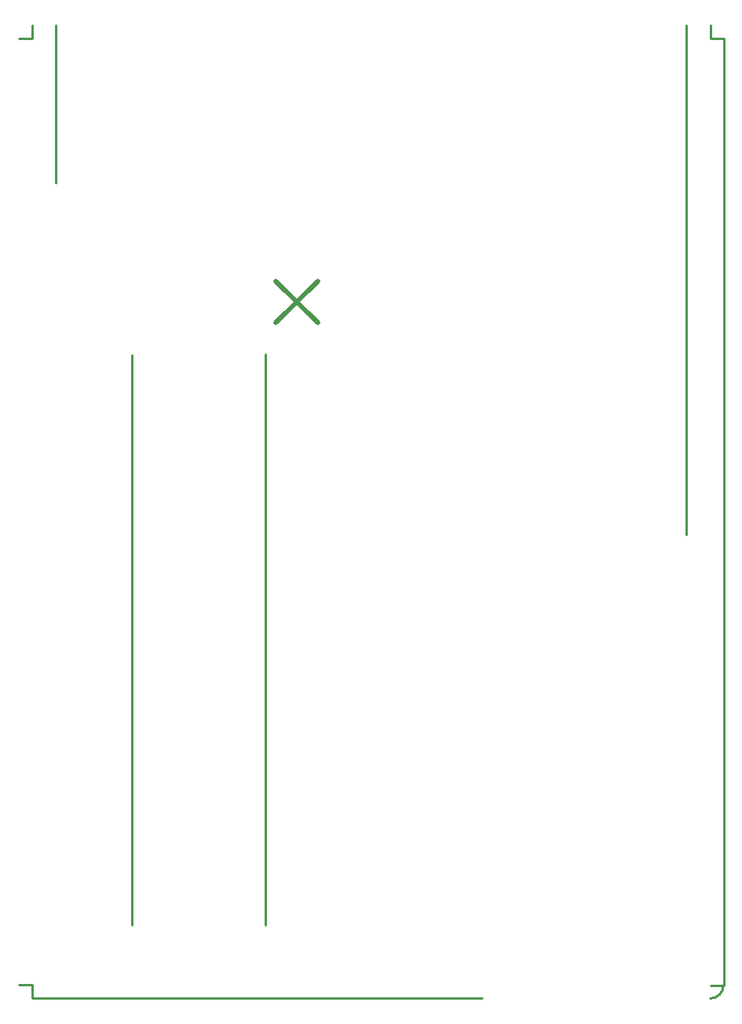
<source format=gm1>
G04*
G04 #@! TF.GenerationSoftware,Altium Limited,Altium Designer,23.6.0 (18)*
G04*
G04 Layer_Color=16711935*
%FSLAX44Y44*%
%MOMM*%
G71*
G04*
G04 #@! TF.SameCoordinates,A28E5885-0542-4C94-BDD8-BFCE9456E40A*
G04*
G04*
G04 #@! TF.FilePolarity,Positive*
G04*
G01*
G75*
%ADD10C,0.2500*%
%ADD11C,0.5000*%
%ADD14C,0.2540*%
D10*
X253000Y173000D02*
X737750D01*
X238500Y187500D02*
X253000D01*
Y173000D02*
Y187500D01*
X984000Y187250D02*
X998500D01*
X278500Y1052500D02*
Y1222500D01*
X238500Y1208000D02*
X253000D01*
Y1222500D01*
X984000Y1208000D02*
X998500D01*
X984000D02*
Y1222500D01*
X958500Y672500D02*
Y1222500D01*
D11*
X515750Y901250D02*
X560750Y946250D01*
X515750Y946500D02*
X560750Y901250D01*
D14*
X984000Y173000D02*
G03*
X998500Y187500I0J14500D01*
G01*
X998500Y1208000D02*
X998500Y187000D01*
X504350Y252500D02*
Y867400D01*
X360650Y252100D02*
Y867000D01*
M02*

</source>
